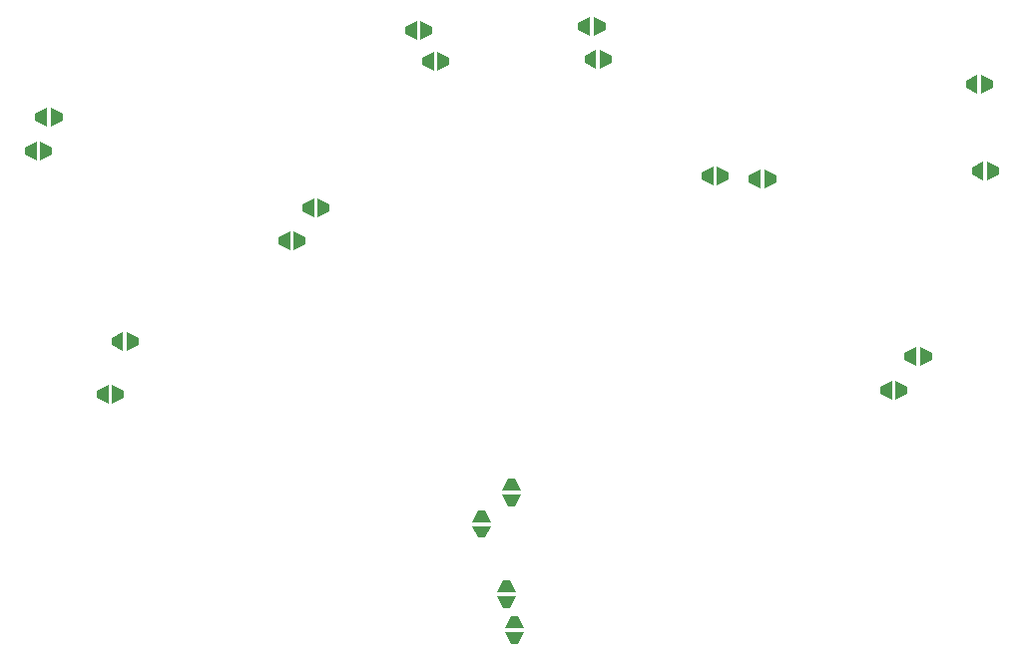
<source format=gbp>
G04 #@! TF.FileFunction,Paste,Bot*
%FSLAX46Y46*%
G04 Gerber Fmt 4.6, Leading zero omitted, Abs format (unit mm)*
G04 Created by KiCad (PCBNEW 4.0.6) date 05/08/17 21:21:00*
%MOMM*%
%LPD*%
G01*
G04 APERTURE LIST*
%ADD10C,0.100000*%
G04 APERTURE END LIST*
D10*
G36*
X138485600Y-95370000D02*
X139085600Y-95370000D01*
X139585600Y-96370000D01*
X137985600Y-96370000D01*
X138485600Y-95370000D01*
X138485600Y-95370000D01*
G37*
G36*
X137985600Y-96670000D02*
X139585600Y-96670000D01*
X139085600Y-97670000D01*
X138485600Y-97670000D01*
X137985600Y-96670000D01*
X137985600Y-96670000D01*
G37*
G36*
X138892000Y-86734000D02*
X139492000Y-86734000D01*
X139992000Y-87734000D01*
X138392000Y-87734000D01*
X138892000Y-86734000D01*
X138892000Y-86734000D01*
G37*
G36*
X138392000Y-88034000D02*
X139992000Y-88034000D01*
X139492000Y-89034000D01*
X138892000Y-89034000D01*
X138392000Y-88034000D01*
X138392000Y-88034000D01*
G37*
G36*
X136352000Y-89416000D02*
X136952000Y-89416000D01*
X137452000Y-90416000D01*
X135852000Y-90416000D01*
X136352000Y-89416000D01*
X136352000Y-89416000D01*
G37*
G36*
X135852000Y-90716000D02*
X137452000Y-90716000D01*
X136952000Y-91716000D01*
X136352000Y-91716000D01*
X135852000Y-90716000D01*
X135852000Y-90716000D01*
G37*
G36*
X139146000Y-98418000D02*
X139746000Y-98418000D01*
X140246000Y-99418000D01*
X138646000Y-99418000D01*
X139146000Y-98418000D01*
X139146000Y-98418000D01*
G37*
G36*
X138646000Y-99718000D02*
X140246000Y-99718000D01*
X139746000Y-100718000D01*
X139146000Y-100718000D01*
X138646000Y-99718000D01*
X138646000Y-99718000D01*
G37*
G36*
X123744800Y-63413600D02*
X123744800Y-64013600D01*
X122744800Y-64513600D01*
X122744800Y-62913600D01*
X123744800Y-63413600D01*
X123744800Y-63413600D01*
G37*
G36*
X122444800Y-62913600D02*
X122444800Y-64513600D01*
X121444800Y-64013600D01*
X121444800Y-63413600D01*
X122444800Y-62913600D01*
X122444800Y-62913600D01*
G37*
G36*
X121702400Y-66207600D02*
X121702400Y-66807600D01*
X120702400Y-67307600D01*
X120702400Y-65707600D01*
X121702400Y-66207600D01*
X121702400Y-66207600D01*
G37*
G36*
X120402400Y-65707600D02*
X120402400Y-67307600D01*
X119402400Y-66807600D01*
X119402400Y-66207600D01*
X120402400Y-65707600D01*
X120402400Y-65707600D01*
G37*
G36*
X100210000Y-58577200D02*
X100210000Y-59177200D01*
X99210000Y-59677200D01*
X99210000Y-58077200D01*
X100210000Y-58577200D01*
X100210000Y-58577200D01*
G37*
G36*
X98910000Y-58077200D02*
X98910000Y-59677200D01*
X97910000Y-59177200D01*
X97910000Y-58577200D01*
X98910000Y-58077200D01*
X98910000Y-58077200D01*
G37*
G36*
X101084000Y-55732400D02*
X101084000Y-56332400D01*
X100084000Y-56832400D01*
X100084000Y-55232400D01*
X101084000Y-55732400D01*
X101084000Y-55732400D01*
G37*
G36*
X99784000Y-55232400D02*
X99784000Y-56832400D01*
X98784000Y-56332400D01*
X98784000Y-55732400D01*
X99784000Y-55232400D01*
X99784000Y-55232400D01*
G37*
G36*
X107535600Y-74731600D02*
X107535600Y-75331600D01*
X106535600Y-75831600D01*
X106535600Y-74231600D01*
X107535600Y-74731600D01*
X107535600Y-74731600D01*
G37*
G36*
X106235600Y-74231600D02*
X106235600Y-75831600D01*
X105235600Y-75331600D01*
X105235600Y-74731600D01*
X106235600Y-74231600D01*
X106235600Y-74231600D01*
G37*
G36*
X106306000Y-79202000D02*
X106306000Y-79802000D01*
X105306000Y-80302000D01*
X105306000Y-78702000D01*
X106306000Y-79202000D01*
X106306000Y-79202000D01*
G37*
G36*
X105006000Y-78702000D02*
X105006000Y-80302000D01*
X104006000Y-79802000D01*
X104006000Y-79202000D01*
X105006000Y-78702000D01*
X105006000Y-78702000D01*
G37*
G36*
X174835200Y-76052400D02*
X174835200Y-76652400D01*
X173835200Y-77152400D01*
X173835200Y-75552400D01*
X174835200Y-76052400D01*
X174835200Y-76052400D01*
G37*
G36*
X173535200Y-75552400D02*
X173535200Y-77152400D01*
X172535200Y-76652400D01*
X172535200Y-76052400D01*
X173535200Y-75552400D01*
X173535200Y-75552400D01*
G37*
G36*
X172752400Y-78897200D02*
X172752400Y-79497200D01*
X171752400Y-79997200D01*
X171752400Y-78397200D01*
X172752400Y-78897200D01*
X172752400Y-78897200D01*
G37*
G36*
X171452400Y-78397200D02*
X171452400Y-79997200D01*
X170452400Y-79497200D01*
X170452400Y-78897200D01*
X171452400Y-78397200D01*
X171452400Y-78397200D01*
G37*
G36*
X178224800Y-60853600D02*
X178224800Y-60253600D01*
X179224800Y-59753600D01*
X179224800Y-61353600D01*
X178224800Y-60853600D01*
X178224800Y-60853600D01*
G37*
G36*
X179524800Y-61353600D02*
X179524800Y-59753600D01*
X180524800Y-60253600D01*
X180524800Y-60853600D01*
X179524800Y-61353600D01*
X179524800Y-61353600D01*
G37*
G36*
X177716800Y-53538400D02*
X177716800Y-52938400D01*
X178716800Y-52438400D01*
X178716800Y-54038400D01*
X177716800Y-53538400D01*
X177716800Y-53538400D01*
G37*
G36*
X179016800Y-54038400D02*
X179016800Y-52438400D01*
X180016800Y-52938400D01*
X180016800Y-53538400D01*
X179016800Y-54038400D01*
X179016800Y-54038400D01*
G37*
G36*
X155314000Y-61260000D02*
X155314000Y-60660000D01*
X156314000Y-60160000D01*
X156314000Y-61760000D01*
X155314000Y-61260000D01*
X155314000Y-61260000D01*
G37*
G36*
X156614000Y-61760000D02*
X156614000Y-60160000D01*
X157614000Y-60660000D01*
X157614000Y-61260000D01*
X156614000Y-61760000D01*
X156614000Y-61760000D01*
G37*
G36*
X159327200Y-61514000D02*
X159327200Y-60914000D01*
X160327200Y-60414000D01*
X160327200Y-62014000D01*
X159327200Y-61514000D01*
X159327200Y-61514000D01*
G37*
G36*
X160627200Y-62014000D02*
X160627200Y-60414000D01*
X161627200Y-60914000D01*
X161627200Y-61514000D01*
X160627200Y-62014000D01*
X160627200Y-62014000D01*
G37*
G36*
X144849200Y-48560000D02*
X144849200Y-47960000D01*
X145849200Y-47460000D01*
X145849200Y-49060000D01*
X144849200Y-48560000D01*
X144849200Y-48560000D01*
G37*
G36*
X146149200Y-49060000D02*
X146149200Y-47460000D01*
X147149200Y-47960000D01*
X147149200Y-48560000D01*
X146149200Y-49060000D01*
X146149200Y-49060000D01*
G37*
G36*
X145367600Y-51404800D02*
X145367600Y-50804800D01*
X146367600Y-50304800D01*
X146367600Y-51904800D01*
X145367600Y-51404800D01*
X145367600Y-51404800D01*
G37*
G36*
X146667600Y-51904800D02*
X146667600Y-50304800D01*
X147667600Y-50804800D01*
X147667600Y-51404800D01*
X146667600Y-51904800D01*
X146667600Y-51904800D01*
G37*
G36*
X130168000Y-48966400D02*
X130168000Y-48366400D01*
X131168000Y-47866400D01*
X131168000Y-49466400D01*
X130168000Y-48966400D01*
X130168000Y-48966400D01*
G37*
G36*
X131468000Y-49466400D02*
X131468000Y-47866400D01*
X132468000Y-48366400D01*
X132468000Y-48966400D01*
X131468000Y-49466400D01*
X131468000Y-49466400D01*
G37*
G36*
X131590400Y-51557200D02*
X131590400Y-50957200D01*
X132590400Y-50457200D01*
X132590400Y-52057200D01*
X131590400Y-51557200D01*
X131590400Y-51557200D01*
G37*
G36*
X132890400Y-52057200D02*
X132890400Y-50457200D01*
X133890400Y-50957200D01*
X133890400Y-51557200D01*
X132890400Y-52057200D01*
X132890400Y-52057200D01*
G37*
M02*

</source>
